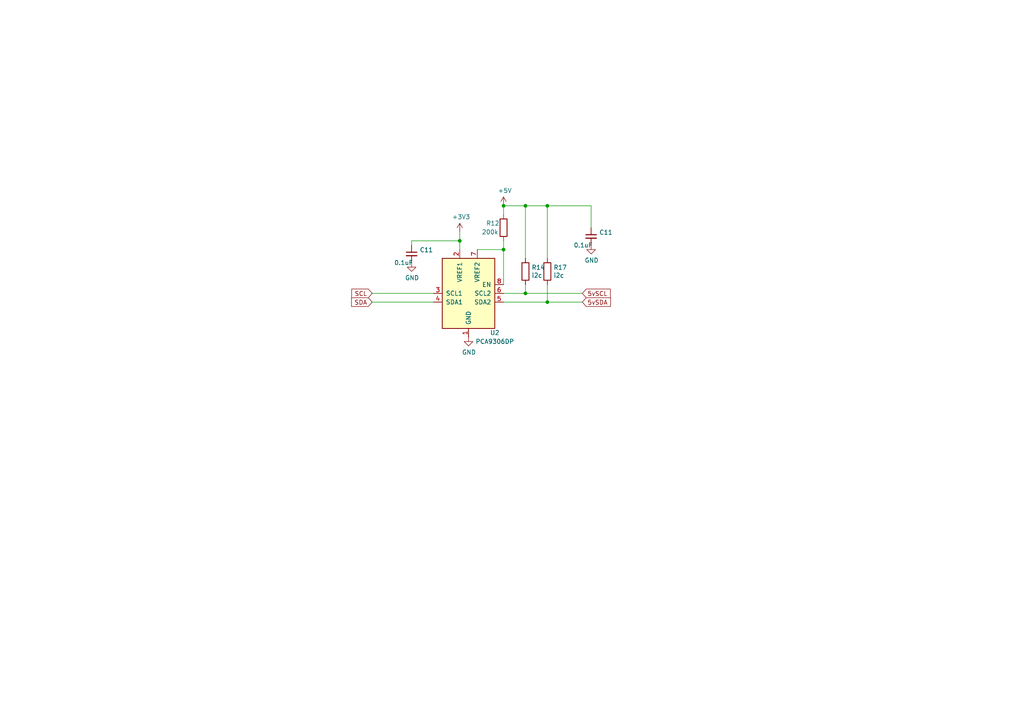
<source format=kicad_sch>
(kicad_sch (version 20230121) (generator eeschema)
  (paper "A4")
  (lib_symbols
    (symbol "Device:C_Small" (pin_numbers hide) (pin_names (offset 0.254) hide)
      (property "Reference" "C" (at 0.254 1.778 0))
      (property "Value" "C_Small" (at 0.254 -2.032 0))
      (symbol "C_Small_0_1"
        (polyline (pts (xy -1.524 -0.508) (xy 1.524 -0.508)) (stroke (width 0.3302)))
        (polyline (pts (xy -1.524 0.508) (xy 1.524 0.508)) (stroke (width 0.3048)))
      )
      (symbol "C_Small_1_1"
        (pin passive line (at 0 2.54 270) (length 2.032) (name "~") (number "1"))
        (pin passive line (at 0 -2.54 90) (length 2.032) (name "~") (number "2"))
      )
    )
    (symbol "Device:R" (pin_numbers hide) (pin_names (offset 0))
      (property "Reference" "R" (at 2.032 0 90))
      (property "Value" "R" (at 0 0 90))
      (symbol "R_0_1"
        (rectangle (start -1.016 -2.54) (end 1.016 2.54) (stroke (width 0.254)))
      )
      (symbol "R_1_1"
        (pin passive line (at 0 3.81 270) (length 1.27) (name "~") (number "1"))
        (pin passive line (at 0 -3.81 90) (length 1.27) (name "~") (number "2"))
      )
    )
    (symbol "Interface:PCA9306DP" (pin_names (offset 1.016))
      (property "Reference" "U" (at -7.62 11.43 0))
      (property "Value" "PCA9306DP" (at 3.81 11.43 0))
      (symbol "PCA9306DP_0_1"
        (rectangle (start -7.62 10.16) (end 7.62 -10.16) (stroke (width 0.254)) (fill (type background)))
      )
      (symbol "PCA9306DP_1_1"
        (pin power_in line (at 0 -12.7 90) (length 2.54) (name "GND") (number "1"))
        (pin power_in line (at -2.54 12.7 270) (length 2.54) (name "VREF1") (number "2"))
        (pin bidirectional line (at -10.16 0 0) (length 2.54) (name "SCL1") (number "3"))
        (pin bidirectional line (at -10.16 -2.54 0) (length 2.54) (name "SDA1") (number "4"))
        (pin bidirectional line (at 10.16 -2.54 180) (length 2.54) (name "SDA2") (number "5"))
        (pin bidirectional line (at 10.16 0 180) (length 2.54) (name "SCL2") (number "6"))
        (pin power_in line (at 2.54 12.7 270) (length 2.54) (name "VREF2") (number "7"))
        (pin input line (at 10.16 2.54 180) (length 2.54) (name "EN") (number "8"))
      )
    )
    (symbol "power:+5V" (power) (pin_names (offset 0))
      (property "Value" "+5V" (at 0 3.556 0))
      (symbol "+5V_0_1"
        (polyline (pts (xy -0.762 1.27) (xy 0 2.54)))
        (polyline (pts (xy 0 0) (xy 0 2.54)))
        (polyline (pts (xy 0 2.54) (xy 0.762 1.27)))
      )
      (symbol "+5V_1_1"
        (pin power_in line (at 0 0 90) (length 0) hide (name "+5V") (number "1"))
      )
    )
    (symbol "power:GND" (power) (pin_names (offset 0))
      (property "Value" "GND" (at 0 -3.81 0))
      (symbol "GND_0_1"
        (polyline (pts (xy 0 0) (xy 0 -1.27) (xy 1.27 -1.27) (xy 0 -2.54) (xy -1.27 -1.27) (xy 0 -1.27)))
      )
      (symbol "GND_1_1"
        (pin power_in line (at 0 0 270) (length 0) hide (name "GND") (number "1"))
      )
    )
    (symbol "rpi-pico-debugger-shoe-rescue:+3.3V-power" (power) (pin_names (offset 0))
      (property "Value" "+3.3V-power" (at 0 3.556 0))
      (symbol "+3.3V-power_0_1"
        (polyline (pts (xy -0.762 1.27) (xy 0 2.54)))
        (polyline (pts (xy 0 0) (xy 0 2.54)))
        (polyline (pts (xy 0 2.54) (xy 0.762 1.27)))
      )
      (symbol "+3.3V-power_1_1"
        (pin power_in line (at 0 0 90) (length 0) hide (name "+3V3") (number "1"))
      )
    )
  )
  (junction (at 146.05 72.39))
  (junction (at 146.05 59.69))
  (junction (at 152.4 59.69))
  (junction (at 152.4 85.09))
  (junction (at 133.35 69.85))
  (junction (at 158.75 59.69))
  (junction (at 158.75 87.63))
  (wire (pts (xy 146.05 69.85) (xy 146.05 72.39)))
  (wire (pts (xy 119.38 69.85) (xy 119.38 71.12)))
  (wire (pts (xy 146.05 72.39) (xy 146.05 82.55)))
  (wire (pts (xy 119.38 69.85) (xy 133.35 69.85)))
  (wire (pts (xy 133.35 67.31) (xy 133.35 69.85)))
  (wire (pts (xy 152.4 59.69) (xy 146.05 59.69)))
  (wire (pts (xy 146.05 87.63) (xy 158.75 87.63)))
  (wire (pts (xy 152.4 85.09) (xy 168.91 85.09)))
  (wire (pts (xy 107.95 85.09) (xy 125.73 85.09)))
  (wire (pts (xy 152.4 59.69) (xy 152.4 74.93)))
  (wire (pts (xy 158.75 82.55) (xy 158.75 87.63)))
  (wire (pts (xy 171.45 59.69) (xy 171.45 66.04)))
  (wire (pts (xy 146.05 59.69) (xy 146.05 62.23)))
  (wire (pts (xy 171.45 59.69) (xy 158.75 59.69)))
  (wire (pts (xy 138.43 72.39) (xy 146.05 72.39)))
  (wire (pts (xy 158.75 59.69) (xy 152.4 59.69)))
  (wire (pts (xy 146.05 85.09) (xy 152.4 85.09)))
  (wire (pts (xy 158.75 59.69) (xy 158.75 74.93)))
  (wire (pts (xy 107.95 87.63) (xy 125.73 87.63)))
  (wire (pts (xy 152.4 85.09) (xy 152.4 82.55)))
  (wire (pts (xy 133.35 69.85) (xy 133.35 72.39)))
  (wire (pts (xy 158.75 87.63) (xy 168.91 87.63)))
  (global_label "5vSDA" (shape input) (at 168.91 87.63 0) (property "Intersheetrefs" "${INTERSHEET_REFS}" (effects hide)))
  (global_label "SDA" (shape input) (at 107.95 87.63 180) (property "Intersheetrefs" "${INTERSHEET_REFS}" (effects hide)))
  (global_label "SCL" (shape input) (at 107.95 85.09 180) (property "Intersheetrefs" "${INTERSHEET_REFS}" (effects hide)))
  (global_label "5vSCL" (shape input) (at 168.91 85.09 0) (property "Intersheetrefs" "${INTERSHEET_REFS}" (effects hide)))
  (symbol (lib_id "Device:R") (at 158.75 78.74 180) (unit 1)
    (property "Reference" "R17" (at 160.528 77.5716 0) (effects (justify right)))
    (property "Value" "i2c" (at 160.528 79.883 0) (effects (justify right)))
    (property "Footprint" "Resistor_SMD:R_0603_1608Metric" (effects hide))
    (instances (project "LTP305_ESP32_CLOCK" (path "" (reference "R17") (unit 1))) (project "ltp_kikad" (path "" (reference "R20") (unit 1))))
  )
  (symbol (lib_id "Device:C_Small") (at 171.45 68.58 0) (unit 1)
    (property "Reference" "C11" (at 173.7868 67.4116 0) (effects (justify left)))
    (property "Value" "0.1uF" (at 166.37 71.12 0) (effects (justify left)))
    (property "Footprint" "Capacitor_SMD:C_0402_1005Metric" (effects hide))
    (instances (project "LTP305_ESP32_CLOCK" (path "" (reference "C11") (unit 1))) (project "ltp_kikad" (path "" (reference "C2") (unit 1)) (path "" (reference "C4") (unit 1)) (path "" (reference "C7") (unit 1)) (path "" (reference "C16") (unit 1))))
  )
  (symbol (lib_id "Interface:PCA9306DP") (at 135.89 85.09 0) (unit 1)
    (property "Reference" "U2" (at 143.51 96.52 0))
    (property "Value" "PCA9306DP" (at 143.51 99.06 0))
    (property "Footprint" "Package_SO:TSSOP-8_3x3mm_P0.65mm" (effects hide))
    (property "Datasheet" "https://www.nxp.com/docs/en/data-sheet/PCA9306.pdf" (effects hide))
  )
  (symbol (lib_id "power:GND") (at 171.45 71.12 0) (unit 1)
    (property "Reference" "#PWR038" (effects hide))
    (property "Value" "GND" (at 171.577 75.5142 0))
    (instances (project "LTP305_ESP32_CLOCK" (path "" (reference "#PWR038") (unit 1))) (project "ltp_kikad" (path "" (reference "#PWR05") (unit 1)) (path "" (reference "#PWR021") (unit 1)) (path "" (reference "#PWR025") (unit 1)) (path "" (reference "#PWR044") (unit 1))))
  )
  (symbol (lib_id "power:GND") (at 119.38 76.2 0) (unit 1)
    (property "Reference" "#PWR038" (effects hide))
    (property "Value" "GND" (at 119.507 80.5942 0))
    (instances (project "LTP305_ESP32_CLOCK" (path "" (reference "#PWR038") (unit 1))) (project "ltp_kikad" (path "" (reference "#PWR05") (unit 1)) (path "" (reference "#PWR021") (unit 1)) (path "" (reference "#PWR025") (unit 1)) (path "" (reference "#PWR043") (unit 1))))
  )
  (symbol (lib_id "Device:R") (at 146.05 66.04 0) (unit 1)
    (property "Reference" "R12" (at 140.97 64.77 0) (effects (justify left)))
    (property "Value" "200k" (at 139.7 67.31 0) (effects (justify left)))
    (property "Footprint" "Resistor_SMD:R_0603_1608Metric" (effects hide))
    (instances (project "LTP305_ESP32_CLOCK" (path "" (reference "R12") (unit 1))) (project "ltp_kikad" (path "" (reference "R18") (unit 1))))
  )
  (symbol (lib_id "Device:C_Small") (at 119.38 73.66 0) (unit 1)
    (property "Reference" "C11" (at 121.7168 72.4916 0) (effects (justify left)))
    (property "Value" "0.1uF" (at 114.3 76.2 0) (effects (justify left)))
    (property "Footprint" "Capacitor_SMD:C_0402_1005Metric" (effects hide))
    (instances (project "LTP305_ESP32_CLOCK" (path "" (reference "C11") (unit 1))) (project "ltp_kikad" (path "" (reference "C2") (unit 1)) (path "" (reference "C4") (unit 1)) (path "" (reference "C7") (unit 1)) (path "" (reference "C15") (unit 1))))
  )
  (symbol (lib_id "Device:R") (at 152.4 78.74 180) (unit 1)
    (property "Reference" "R14" (at 154.178 77.5716 0) (effects (justify right)))
    (property "Value" "i2c" (at 154.178 79.883 0) (effects (justify right)))
    (property "Footprint" "Resistor_SMD:R_0603_1608Metric" (effects hide))
    (instances (project "LTP305_ESP32_CLOCK" (path "" (reference "R14") (unit 1))) (project "ltp_kikad" (path "" (reference "R19") (unit 1))))
  )
  (symbol (lib_id "power:+5V") (at 146.05 59.69 0) (unit 1)
    (property "Reference" "#PWR0101" (effects hide))
    (property "Value" "+5V" (at 146.431 55.2958 0))
    (instances (project "LTP305_ESP32_CLOCK" (path "" (reference "#PWR0101") (unit 1))) (project "ltp_kikad" (path "" (reference "#PWR046") (unit 1))))
  )
  (symbol (lib_id "power:GND") (at 135.89 97.79 0) (unit 1)
    (property "Reference" "#PWR029" (effects hide))
    (property "Value" "GND" (at 136.017 102.1842 0))
    (instances (project "LTP305_ESP32_CLOCK" (path "" (reference "#PWR029") (unit 1))) (project "ltp_kikad" (path "" (reference "#PWR045") (unit 1))))
  )
  (symbol (lib_id "rpi-pico-debugger-shoe-rescue:+3.3V-power") (at 133.35 67.31 0) (unit 1)
    (property "Reference" "#PWR0104" (effects hide))
    (property "Value" "+3.3V" (at 133.731 62.9158 0))
    (instances (project "rpi-pico-debugger-shoe" (path "" (reference "#PWR0104") (unit 1))) (project "ltp_kikad" (path "" (reference "#PWR0119") (unit 1)) (path "" (reference "#PWR06") (unit 1)) (path "" (reference "#PWR033") (unit 1)) (path "" (reference "#PWR042") (unit 1))))
  )
)
</source>
